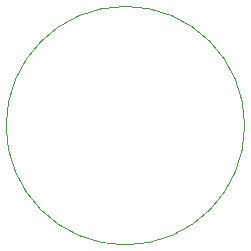
<source format=gbr>
G04 start of page 4 for group 4 idx 4 *
G04 Title: (unknown), outline *
G04 Creator: pcb 20140316 *
G04 CreationDate: Sat Sep  5 02:44:50 2015 UTC *
G04 For: dima *
G04 Format: Gerber/RS-274X *
G04 PCB-Dimensions (mil): 944.88 944.88 *
G04 PCB-Coordinate-Origin: lower left *
%MOIN*%
%FSLAX25Y25*%
%LNOUTLINE*%
%ADD49C,0.0008*%
G54D49*X7480Y47244D02*G75*G03X7480Y47244I39764J0D01*G01*
M02*

</source>
